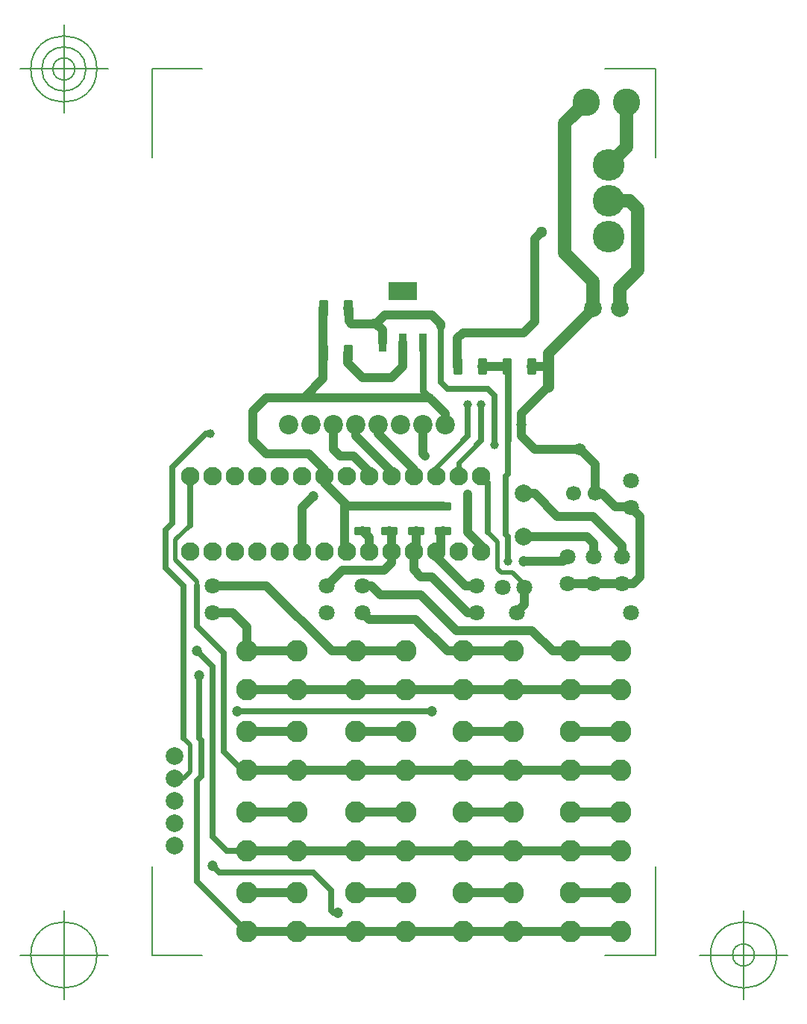
<source format=gbr>
G04 Generated by Ultiboard 14.0 *
%FSLAX34Y34*%
%MOMM*%

%ADD10C,0.0001*%
%ADD11C,1.0000*%
%ADD12C,0.6500*%
%ADD13C,0.5000*%
%ADD14C,0.8000*%
%ADD15C,1.5000*%
%ADD16C,0.6000*%
%ADD17C,1.2500*%
%ADD18C,0.7000*%
%ADD19C,0.1270*%
%ADD20C,2.4620*%
%ADD21C,1.2000*%
%ADD22C,1.8000*%
%ADD23C,1.7000*%
%ADD24C,2.1000*%
%ADD25C,1.0000*%
%ADD26R,0.5718X1.4818*%
%ADD27C,0.4232*%
%ADD28C,1.3000*%
%ADD29C,3.6000*%
%ADD30C,2.0000*%
%ADD31C,2.2000*%
%ADD32R,1.4818X0.5718*%
%ADD33C,3.1000*%
%ADD34R,3.2500X2.1500*%
%ADD35R,0.9500X2.1500*%
%ADD36C,1.4000*%


G04 ColorRGB 0000FF for the following layer *
%LNCopper Bottom*%
%LPD*%
G54D10*
G54D11*
X159720Y342204D02*
X102720Y342204D01*
X102720Y159324D02*
X159720Y159324D01*
X102720Y67884D02*
X159720Y67884D01*
X226060Y67884D02*
X283060Y67884D01*
X226060Y159324D02*
X283060Y159324D01*
X226060Y250764D02*
X283060Y250764D01*
X347980Y250764D02*
X404980Y250764D01*
X347980Y159324D02*
X404980Y159324D01*
X347980Y67884D02*
X404980Y67884D01*
X469900Y159324D02*
X526900Y159324D01*
X469900Y67884D02*
X526900Y67884D01*
X469900Y250764D02*
X526900Y250764D01*
X526900Y298204D02*
X102720Y298204D01*
X102720Y342204D02*
X102720Y369720D01*
X86360Y386080D01*
X63500Y386080D01*
X198816Y342204D02*
X283060Y342204D01*
X124460Y416560D02*
X63500Y416560D01*
X198816Y342204D02*
X124460Y416560D01*
X449580Y342204D02*
X426024Y365760D01*
X449580Y342204D02*
X526900Y342204D01*
X537940Y506000D02*
X548640Y495300D01*
X429260Y521124D02*
X416560Y521124D01*
X455084Y495300D02*
X429260Y521124D01*
X521200Y506000D02*
X505960Y521240D01*
X521200Y506000D02*
X537940Y506000D01*
X505960Y521240D02*
X498340Y521240D01*
X528320Y462280D02*
X495300Y495300D01*
X455084Y495300D01*
X528320Y462280D02*
X528320Y449580D01*
X488631Y472441D02*
X496640Y464432D01*
X496640Y449580D01*
X416560Y472441D02*
X488631Y472441D01*
X97640Y206764D02*
X526900Y206764D01*
X548640Y426720D02*
X541020Y419100D01*
X466511Y419100D02*
X541020Y419100D01*
X548640Y495300D02*
X548640Y426720D01*
X102720Y115324D02*
X526900Y115324D01*
X102720Y250764D02*
X159720Y250764D01*
X258400Y434340D02*
X266700Y442640D01*
X193040Y416560D02*
X210820Y434340D01*
X258400Y434340D01*
X190500Y548640D02*
X172720Y566420D01*
X124460Y566420D02*
X109220Y581660D01*
X172720Y566420D02*
X124460Y566420D01*
X109220Y581660D02*
X109220Y614680D01*
X124460Y629920D02*
X309880Y629920D01*
X109220Y614680D02*
X124460Y629920D01*
X414020Y612140D02*
X444500Y642620D01*
X103116Y23884D02*
X526900Y23884D01*
X414020Y586740D02*
X414020Y612140D01*
X429260Y571500D02*
X481100Y571500D01*
X429260Y571500D02*
X414020Y586740D01*
X481100Y571500D02*
X498340Y554260D01*
X312420Y627380D02*
X327660Y612140D01*
X327660Y599440D01*
X498340Y554260D02*
X498340Y521240D01*
X425450Y665480D02*
X444500Y665480D01*
X397510Y665480D02*
X369570Y665480D01*
X341630Y665480D02*
X341630Y697230D01*
X347980Y703580D01*
X416560Y703580D01*
X190500Y533400D02*
X190500Y548640D01*
X241300Y378460D02*
X233680Y386080D01*
X330200Y342204D02*
X293944Y378460D01*
X330200Y342204D02*
X404980Y342204D01*
X293944Y378460D02*
X241300Y378460D01*
X340360Y365760D02*
X299720Y406400D01*
X426024Y365760D02*
X340360Y365760D01*
X299720Y406400D02*
X292100Y406400D01*
X254000Y406400D02*
X243840Y416560D01*
X233680Y416560D01*
X292100Y406400D02*
X254000Y406400D01*
X300109Y426720D02*
X292100Y434729D01*
X292100Y455340D01*
X353060Y386080D02*
X312420Y426720D01*
X363220Y386080D02*
X353060Y386080D01*
X312420Y426720D02*
X300109Y426720D01*
X408940Y386080D02*
X417900Y395040D01*
X417900Y414869D01*
X416560Y444500D02*
X461431Y444500D01*
X466511Y449580D01*
X189230Y731520D02*
X189230Y680720D01*
X217170Y680720D02*
X217170Y669290D01*
X233680Y652780D01*
X266700Y652780D01*
X279400Y665480D01*
X279400Y692360D01*
X189230Y680720D02*
X189230Y651510D01*
X167640Y629920D01*
X256400Y692360D02*
X256400Y706260D01*
X248920Y713740D01*
X218440Y716669D02*
X221369Y713740D01*
X248920Y713740D02*
X221369Y713740D01*
X218440Y730250D02*
X217170Y731520D01*
X218440Y716669D02*
X218440Y730250D01*
X241300Y546100D02*
X223520Y563880D01*
X241300Y540340D02*
X241300Y546100D01*
X317500Y449580D02*
X317500Y455340D01*
X350520Y416560D02*
X317500Y449580D01*
X350520Y416560D02*
X363220Y416560D01*
X208280Y563880D02*
X200660Y571500D01*
X223520Y563880D02*
X208280Y563880D01*
X200660Y571500D02*
X200660Y599440D01*
X292100Y548640D02*
X251460Y589280D01*
X292100Y540340D02*
X292100Y548640D01*
X251460Y589280D02*
X251460Y599440D01*
X266700Y546100D02*
X226060Y586740D01*
X226060Y599440D01*
X266700Y540340D02*
X266700Y546100D01*
X213360Y510540D02*
X213360Y457880D01*
X215900Y455340D01*
X266700Y442640D02*
X266700Y476250D01*
X264160Y478790D01*
X294640Y478790D02*
X294640Y457880D01*
X292100Y455340D01*
X322580Y476250D02*
X322580Y460420D01*
X322580Y476250D02*
X325120Y478790D01*
X322580Y460420D02*
X317500Y455340D01*
X241300Y455340D02*
X241300Y471170D01*
X233680Y478790D01*
X217170Y506730D02*
X325120Y506730D01*
X217170Y506730D02*
X190500Y533400D01*
X177800Y518160D02*
X165100Y505460D01*
X165100Y455340D02*
X165100Y505460D01*
X429260Y716280D02*
X429260Y810260D01*
X416560Y703580D02*
X429260Y716280D01*
X429260Y810260D02*
X436880Y817880D01*
X248920Y713740D02*
X259080Y723900D01*
X312420Y723900D01*
X322580Y713740D01*
X322580Y711200D01*
X302260Y599440D02*
X302260Y566420D01*
X304800Y563880D01*
X368300Y462280D02*
X353060Y477520D01*
X368300Y455340D02*
X368300Y462280D01*
X353060Y477520D02*
X353060Y520700D01*
G54D12*
X91440Y274320D02*
X312420Y274320D01*
X63500Y99060D02*
X71120Y91440D01*
X45720Y416560D02*
X45720Y370840D01*
X38100Y540340D02*
X38100Y485140D01*
X45720Y370840D02*
X76200Y340360D01*
X79812Y115372D02*
X102672Y115372D01*
X63500Y131684D02*
X79860Y115324D01*
X76200Y228204D02*
X97640Y206764D01*
X45720Y342900D02*
X63500Y325120D01*
X347980Y581660D02*
X353060Y586740D01*
X353060Y622300D01*
X368300Y622300D02*
X368300Y581660D01*
X363220Y576580D01*
X48260Y314960D02*
X48260Y243840D01*
X50800Y241300D01*
X50800Y200660D02*
X50800Y241300D01*
X63500Y131684D02*
X63500Y325120D01*
X76200Y228204D02*
X76200Y340360D01*
X45720Y195580D02*
X45720Y81280D01*
X50800Y200660D02*
X45720Y195580D01*
X45720Y81280D02*
X103116Y23884D01*
X60960Y589280D02*
X55880Y589280D01*
X17780Y551180D01*
X246380Y716280D02*
X243840Y713740D01*
X398780Y444500D02*
X398780Y472440D01*
X398780Y581660D02*
X398780Y543560D01*
X383540Y632460D02*
X375920Y640080D01*
X383540Y576580D02*
X383540Y632460D01*
X10160Y436880D02*
X30480Y416560D01*
X30480Y243840D01*
X17780Y487680D02*
X10160Y480060D01*
X17780Y551180D02*
X17780Y487680D01*
X10160Y480060D02*
X10160Y436880D01*
X177800Y91440D02*
X198120Y71120D01*
X71120Y91440D02*
X177800Y91440D01*
X198120Y48260D02*
X200660Y45720D01*
X198120Y48260D02*
X198120Y71120D01*
X200660Y45720D02*
X205740Y45720D01*
X396240Y474980D02*
X396240Y541020D01*
X398780Y472440D02*
X396240Y474980D01*
X398780Y543560D02*
X396240Y541020D01*
X330200Y640080D02*
X322580Y647700D01*
X375920Y640080D02*
X330200Y640080D01*
X322580Y647700D02*
X322580Y711200D01*
G54D13*
X45720Y416560D02*
X45720Y421640D01*
X21590Y468630D02*
X38100Y485140D01*
X45720Y421640D02*
X21590Y445770D01*
X21590Y468630D01*
X20320Y198120D02*
X30480Y198120D01*
X38100Y205740D01*
X38100Y236220D02*
X30480Y243840D01*
X38100Y205740D02*
X38100Y236220D01*
X417900Y417760D02*
X417900Y414869D01*
X403860Y431800D02*
X417900Y417760D01*
X387350Y435610D02*
X391160Y431800D01*
X403860Y431800D01*
X387350Y466090D02*
X387350Y435610D01*
X375920Y477520D02*
X387350Y466090D01*
G54D14*
X302400Y692360D02*
X302400Y637400D01*
X312420Y627380D01*
X398780Y660400D02*
X398780Y581660D01*
X398780Y660400D02*
X396240Y662940D01*
G54D15*
X463550Y941070D02*
X487680Y965200D01*
X525780Y731520D02*
X525780Y754380D01*
X533400Y914400D02*
X513080Y894080D01*
X533400Y914400D02*
X533400Y965200D01*
X525780Y754380D02*
X546100Y774700D01*
X536627Y853440D02*
X546100Y843967D01*
X546100Y774700D02*
X546100Y843967D01*
X536627Y853440D02*
X513080Y853440D01*
X495300Y762000D02*
X463550Y793750D01*
X463550Y941070D01*
X495300Y762000D02*
X495300Y731520D01*
G54D16*
X363220Y576580D02*
X342900Y556260D01*
X342900Y541020D01*
X317500Y551180D02*
X347980Y581660D01*
X317500Y540340D02*
X317500Y551180D01*
G54D17*
X444500Y642620D02*
X444500Y680720D01*
X444500Y680720D02*
X487680Y723900D01*
X495300Y731520D01*
G54D18*
X375920Y532720D02*
X375920Y477520D01*
X375920Y532720D02*
X368300Y540340D01*
G54D19*
X-5080Y-2540D02*
X-5080Y97968D01*
X-5080Y-2540D02*
X52078Y-2540D01*
X566500Y-2540D02*
X509342Y-2540D01*
X566500Y-2540D02*
X566500Y97968D01*
X566500Y1002540D02*
X566500Y902032D01*
X566500Y1002540D02*
X509342Y1002540D01*
X-5080Y1002540D02*
X52078Y1002540D01*
X-5080Y1002540D02*
X-5080Y902032D01*
X-55080Y-2540D02*
X-155080Y-2540D01*
X-105080Y-52540D02*
X-105080Y47460D01*
X-142580Y-2540D02*
G75*
D01*
G02X-142580Y-2540I37500J0*
G01*
X616500Y-2540D02*
X716500Y-2540D01*
X666500Y-52540D02*
X666500Y47460D01*
X629000Y-2540D02*
G75*
D01*
G02X629000Y-2540I37500J0*
G01*
X654000Y-2540D02*
G75*
D01*
G02X654000Y-2540I12500J0*
G01*
X-55080Y1002540D02*
X-155080Y1002540D01*
X-105080Y952540D02*
X-105080Y1052540D01*
X-142580Y1002540D02*
G75*
D01*
G02X-142580Y1002540I37500J0*
G01*
X-130080Y1002540D02*
G75*
D01*
G02X-130080Y1002540I25000J0*
G01*
X-117580Y1002540D02*
G75*
D01*
G02X-117580Y1002540I12500J0*
G01*
G54D20*
X469900Y159324D03*
X526900Y159324D03*
X469900Y115324D03*
X526900Y115324D03*
X347980Y67884D03*
X404980Y67884D03*
X347980Y23884D03*
X404980Y23884D03*
X159720Y23884D03*
X102720Y67884D03*
X159720Y67884D03*
X102720Y23884D03*
X102720Y159324D03*
X159720Y159324D03*
X102720Y115324D03*
X159720Y115324D03*
X102720Y342204D03*
X159720Y342204D03*
X102720Y298204D03*
X159720Y298204D03*
X102720Y250764D03*
X159720Y250764D03*
X102720Y206764D03*
X159720Y206764D03*
X226060Y342204D03*
X283060Y342204D03*
X226060Y298204D03*
X283060Y298204D03*
X226060Y250764D03*
X283060Y250764D03*
X226060Y206764D03*
X283060Y206764D03*
X226060Y159324D03*
X283060Y159324D03*
X226060Y115324D03*
X283060Y115324D03*
X347980Y159324D03*
X404980Y159324D03*
X347980Y115324D03*
X404980Y115324D03*
X347980Y250764D03*
X404980Y250764D03*
X347980Y206764D03*
X404980Y206764D03*
X347980Y342204D03*
X404980Y342204D03*
X347980Y298204D03*
X404980Y298204D03*
X469900Y250764D03*
X526900Y250764D03*
X469900Y206764D03*
X526900Y206764D03*
X469900Y342204D03*
X526900Y342204D03*
X469900Y298204D03*
X526900Y298204D03*
X469900Y67884D03*
X526900Y67884D03*
X469900Y23884D03*
X526900Y23884D03*
X226060Y67884D03*
X283060Y67884D03*
X226060Y23884D03*
X283060Y23884D03*
G54D21*
X91440Y274320D03*
X312420Y274320D03*
X416560Y444500D03*
X63500Y99060D03*
X205740Y45720D03*
X48260Y314960D03*
X45720Y342900D03*
X414020Y599440D03*
X177800Y518160D03*
G54D22*
X538480Y505460D03*
X538480Y535940D03*
X63500Y386080D03*
X193040Y386080D03*
X63500Y416560D03*
X193040Y416560D03*
X233680Y416560D03*
X363220Y416560D03*
X363220Y386080D03*
X233680Y386080D03*
X408940Y386080D03*
X538480Y386080D03*
X528320Y449580D03*
X528320Y419100D03*
X392900Y414869D03*
X417900Y414869D03*
X466511Y419100D03*
X466511Y449580D03*
X496640Y449580D03*
X496640Y419100D03*
G54D23*
X498340Y521240D03*
X473340Y521240D03*
G54D24*
X368300Y540340D03*
X342900Y540340D03*
X317500Y540340D03*
X292100Y540340D03*
X266700Y540340D03*
X241300Y540340D03*
X215900Y540340D03*
X190500Y540340D03*
X165100Y540340D03*
X139700Y540340D03*
X114300Y540340D03*
X88900Y540340D03*
X63500Y540340D03*
X38100Y540340D03*
X368300Y455340D03*
X342900Y455340D03*
X317500Y455340D03*
X292100Y455340D03*
X266700Y455340D03*
X241300Y455340D03*
X215900Y455340D03*
X190500Y455340D03*
X165100Y455340D03*
X139700Y455340D03*
X114300Y455340D03*
X88900Y455340D03*
X63500Y455340D03*
X38100Y455340D03*
G54D25*
X266700Y652780D03*
X398780Y444500D03*
X353060Y622300D03*
X368300Y622300D03*
X60960Y589280D03*
X383540Y576580D03*
X304800Y563880D03*
X353060Y520700D03*
G54D26*
X341630Y665480D03*
X369570Y665480D03*
X425450Y665480D03*
X397510Y665480D03*
X189230Y731520D03*
X217170Y731520D03*
X189230Y680720D03*
X217170Y680720D03*
G54D27*
X338771Y658071D02*
X344489Y658071D01*
X344489Y672889D01*
X338771Y672889D01*
X338771Y658071D01*D02*
X366711Y658071D02*
X372429Y658071D01*
X372429Y672889D01*
X366711Y672889D01*
X366711Y658071D01*D02*
X422591Y658071D02*
X428309Y658071D01*
X428309Y672889D01*
X422591Y672889D01*
X422591Y658071D01*D02*
X394651Y658071D02*
X400369Y658071D01*
X400369Y672889D01*
X394651Y672889D01*
X394651Y658071D01*D02*
X186371Y724111D02*
X192089Y724111D01*
X192089Y738929D01*
X186371Y738929D01*
X186371Y724111D01*D02*
X214311Y724111D02*
X220029Y724111D01*
X220029Y738929D01*
X214311Y738929D01*
X214311Y724111D01*D02*
X186371Y673311D02*
X192089Y673311D01*
X192089Y688129D01*
X186371Y688129D01*
X186371Y673311D01*D02*
X214311Y673311D02*
X220029Y673311D01*
X220029Y688129D01*
X214311Y688129D01*
X214311Y673311D01*D02*
X226271Y503871D02*
X241089Y503871D01*
X241089Y509589D01*
X226271Y509589D01*
X226271Y503871D01*D02*
X226271Y475931D02*
X241089Y475931D01*
X241089Y481649D01*
X226271Y481649D01*
X226271Y475931D01*D02*
X256751Y475931D02*
X271569Y475931D01*
X271569Y481649D01*
X256751Y481649D01*
X256751Y475931D01*D02*
X256751Y503871D02*
X271569Y503871D01*
X271569Y509589D01*
X256751Y509589D01*
X256751Y503871D01*D02*
X287231Y503871D02*
X302049Y503871D01*
X302049Y509589D01*
X287231Y509589D01*
X287231Y503871D01*D02*
X287231Y475931D02*
X302049Y475931D01*
X302049Y481649D01*
X287231Y481649D01*
X287231Y475931D01*D02*
X317711Y475931D02*
X332529Y475931D01*
X332529Y481649D01*
X317711Y481649D01*
X317711Y475931D01*D02*
X317711Y503871D02*
X332529Y503871D01*
X332529Y509589D01*
X317711Y509589D01*
X317711Y503871D01*D02*
G54D28*
X436880Y817880D03*
G54D29*
X513080Y853440D03*
X513080Y894080D03*
X513080Y812800D03*
G54D30*
X416560Y472441D03*
X416560Y521124D03*
X20320Y147320D03*
X20320Y121920D03*
X20320Y172720D03*
X20320Y198120D03*
X20320Y223520D03*
X495300Y731520D03*
X525780Y731520D03*
G54D31*
X149860Y599440D03*
X175260Y599440D03*
X200660Y599440D03*
X226060Y599440D03*
X251460Y599440D03*
X276860Y599440D03*
X302260Y599440D03*
X327660Y599440D03*
G54D32*
X233680Y506730D03*
X233680Y478790D03*
X264160Y478790D03*
X264160Y506730D03*
X294640Y506730D03*
X294640Y478790D03*
X325120Y478790D03*
X325120Y506730D03*
G54D33*
X487680Y965200D03*
X533400Y965200D03*
G54D34*
X279400Y750360D03*
G54D35*
X256400Y692360D03*
X279400Y692360D03*
X302400Y692360D03*
G54D36*
X480060Y571500D03*

M02*

</source>
